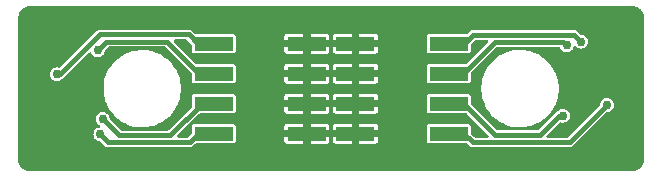
<source format=gbr>
%TF.GenerationSoftware,KiCad,Pcbnew,(6.0.0)*%
%TF.CreationDate,2022-08-06T01:30:50-04:00*%
%TF.ProjectId,port PWR extention,706f7274-2050-4575-9220-657874656e74,rev?*%
%TF.SameCoordinates,Original*%
%TF.FileFunction,Copper,L1,Top*%
%TF.FilePolarity,Positive*%
%FSLAX46Y46*%
G04 Gerber Fmt 4.6, Leading zero omitted, Abs format (unit mm)*
G04 Created by KiCad (PCBNEW (6.0.0)) date 2022-08-06 01:30:50*
%MOMM*%
%LPD*%
G01*
G04 APERTURE LIST*
%TA.AperFunction,SMDPad,CuDef*%
%ADD10R,3.300000X1.200000*%
%TD*%
%TA.AperFunction,ViaPad*%
%ADD11C,0.756412*%
%TD*%
%TA.AperFunction,ViaPad*%
%ADD12C,0.800000*%
%TD*%
%TA.AperFunction,Conductor*%
%ADD13C,0.406400*%
%TD*%
G04 APERTURE END LIST*
D10*
%TO.P,SW2,1*%
%TO.N,GNDREF*%
X49050000Y-22190000D03*
%TO.P,SW2,2*%
X49050000Y-24730000D03*
%TO.P,SW2,3*%
X49050000Y-27270000D03*
%TO.P,SW2,4*%
X49050000Y-29810000D03*
%TO.P,SW2,5*%
%TO.N,pw8*%
X56950000Y-29810000D03*
%TO.P,SW2,6*%
%TO.N,pw7*%
X56950000Y-27270000D03*
%TO.P,SW2,7*%
%TO.N,pw6*%
X56950000Y-24730000D03*
%TO.P,SW2,8*%
%TO.N,pw5*%
X56950000Y-22190000D03*
%TD*%
%TO.P,SW1,1*%
%TO.N,GNDREF*%
X44950000Y-29810000D03*
%TO.P,SW1,2*%
X44950000Y-27270000D03*
%TO.P,SW1,3*%
X44950000Y-24730000D03*
%TO.P,SW1,4*%
X44950000Y-22190000D03*
%TO.P,SW1,5*%
%TO.N,pw4*%
X37050000Y-22190000D03*
%TO.P,SW1,6*%
%TO.N,pw3*%
X37050000Y-24730000D03*
%TO.P,SW1,7*%
%TO.N,pw2*%
X37050000Y-27270000D03*
%TO.P,SW1,8*%
%TO.N,pw1*%
X37050000Y-29810000D03*
%TD*%
D11*
%TO.N,pw1*%
X27445000Y-29870000D03*
%TO.N,pw2*%
X27650000Y-28560000D03*
%TO.N,pw3*%
X27235000Y-22760000D03*
%TO.N,pw4*%
X23770000Y-24785000D03*
D12*
%TO.N,GNDREF*%
X41000000Y-23500000D03*
X41000000Y-28500000D03*
X72000000Y-24000000D03*
X53000000Y-23500000D03*
X22000000Y-28000000D03*
X72000000Y-28000000D03*
X22000000Y-24000000D03*
X53000000Y-26000000D03*
X41000000Y-26000000D03*
X53000000Y-28500000D03*
D11*
%TO.N,pw5*%
X68145000Y-22015000D03*
%TO.N,pw6*%
X66950000Y-22325000D03*
%TO.N,pw7*%
X66615000Y-28290000D03*
%TO.N,pw8*%
X70345000Y-27385000D03*
%TD*%
D13*
%TO.N,pw1*%
X28130920Y-30555920D02*
X35014080Y-30555920D01*
X35760000Y-29810000D02*
X37050000Y-29810000D01*
X27445000Y-29870000D02*
X28130920Y-30555920D01*
X35014080Y-30555920D02*
X35760000Y-29810000D01*
%TO.N,pw2*%
X27650000Y-28560000D02*
X29040000Y-29950000D01*
X33380000Y-29950000D02*
X36060000Y-27270000D01*
X29040000Y-29950000D02*
X33380000Y-29950000D01*
X36060000Y-27270000D02*
X37050000Y-27270000D01*
%TO.N,pw3*%
X35830000Y-24730000D02*
X37050000Y-24730000D01*
X27235000Y-22760000D02*
X27975000Y-22020000D01*
X27975000Y-22020000D02*
X33120000Y-22020000D01*
X33120000Y-22020000D02*
X35830000Y-24730000D01*
%TO.N,pw4*%
X34949080Y-21414080D02*
X35725000Y-22190000D01*
X23770000Y-24785000D02*
X24074794Y-24785000D01*
X27445714Y-21414080D02*
X34949080Y-21414080D01*
X24074794Y-24785000D02*
X27445714Y-21414080D01*
X35725000Y-22190000D02*
X37050000Y-22190000D01*
%TO.N,pw5*%
X68145000Y-22015000D02*
X67570000Y-21440000D01*
X58275000Y-22190000D02*
X56950000Y-22190000D01*
X59025000Y-21440000D02*
X58275000Y-22190000D01*
X67570000Y-21440000D02*
X59025000Y-21440000D01*
%TO.N,pw6*%
X66670920Y-22045920D02*
X60854080Y-22045920D01*
X58170000Y-24730000D02*
X56950000Y-24730000D01*
X66950000Y-22325000D02*
X66670920Y-22045920D01*
X60854080Y-22045920D02*
X58170000Y-24730000D01*
%TO.N,pw7*%
X58230000Y-27270000D02*
X56950000Y-27270000D01*
X66615000Y-28290000D02*
X66320000Y-28290000D01*
X64670920Y-29939080D02*
X60899080Y-29939080D01*
X60899080Y-29939080D02*
X58230000Y-27270000D01*
X66320000Y-28290000D02*
X64670920Y-29939080D01*
%TO.N,pw8*%
X67185000Y-30545000D02*
X58990000Y-30545000D01*
X70345000Y-27385000D02*
X67185000Y-30545000D01*
X58990000Y-30545000D02*
X58255000Y-29810000D01*
X58255000Y-29810000D02*
X56950000Y-29810000D01*
%TD*%
%TA.AperFunction,Conductor*%
%TO.N,GNDREF*%
G36*
X72506518Y-19000606D02*
G01*
X72683067Y-19017991D01*
X72707281Y-19022806D01*
X72780542Y-19045024D01*
X72871091Y-19072486D01*
X72893906Y-19081934D01*
X73044878Y-19162608D01*
X73065412Y-19176324D01*
X73120956Y-19221892D01*
X73197754Y-19284898D01*
X73215213Y-19302351D01*
X73323836Y-19434655D01*
X73337558Y-19455180D01*
X73418287Y-19606122D01*
X73427744Y-19628935D01*
X73477482Y-19792727D01*
X73482307Y-19816945D01*
X73499755Y-19993477D01*
X73500366Y-20005824D01*
X73502109Y-24793188D01*
X73504354Y-30955867D01*
X73504728Y-31983724D01*
X73504126Y-31996076D01*
X73486794Y-32172685D01*
X73481983Y-32196915D01*
X73432330Y-32360795D01*
X73422886Y-32383615D01*
X73342209Y-32534663D01*
X73328498Y-32555197D01*
X73264997Y-32632618D01*
X73219903Y-32687597D01*
X73202441Y-32705069D01*
X73070105Y-32813734D01*
X73049568Y-32827464D01*
X72898570Y-32908221D01*
X72875750Y-32917679D01*
X72711905Y-32967421D01*
X72687678Y-32972246D01*
X72651795Y-32975787D01*
X72511078Y-32989675D01*
X72498727Y-32990284D01*
X31906351Y-32997942D01*
X21507189Y-32999904D01*
X21494838Y-32999299D01*
X21388744Y-32988864D01*
X21318147Y-32981920D01*
X21293908Y-32977100D01*
X21261998Y-32967421D01*
X21129972Y-32927375D01*
X21107143Y-32917918D01*
X20956061Y-32837144D01*
X20935517Y-32823412D01*
X20933324Y-32821611D01*
X20803115Y-32714707D01*
X20785644Y-32697227D01*
X20677004Y-32564762D01*
X20663281Y-32544208D01*
X20582589Y-32393087D01*
X20573143Y-32370249D01*
X20523504Y-32206290D01*
X20518697Y-32182048D01*
X20501412Y-32005360D01*
X20500813Y-31993002D01*
X20500816Y-31989919D01*
X20502330Y-29870000D01*
X26858073Y-29870000D01*
X26878072Y-30021908D01*
X26936706Y-30163463D01*
X27029980Y-30285020D01*
X27036530Y-30290046D01*
X27036533Y-30290049D01*
X27144983Y-30373266D01*
X27151536Y-30378294D01*
X27222314Y-30407611D01*
X27285462Y-30433768D01*
X27285465Y-30433769D01*
X27293092Y-30436928D01*
X27415820Y-30453085D01*
X27480746Y-30481807D01*
X27488468Y-30488911D01*
X27865830Y-30866274D01*
X27865841Y-30866285D01*
X27865856Y-30866299D01*
X27888769Y-30889212D01*
X27908827Y-30899432D01*
X27925679Y-30909760D01*
X27943888Y-30922989D01*
X27965288Y-30929942D01*
X27983553Y-30937507D01*
X28003614Y-30947729D01*
X28013405Y-30949280D01*
X28013409Y-30949281D01*
X28025857Y-30951253D01*
X28045077Y-30955867D01*
X28066473Y-30962819D01*
X28098892Y-30962819D01*
X28098896Y-30962820D01*
X35078526Y-30962820D01*
X35099928Y-30955866D01*
X35119154Y-30951250D01*
X35131593Y-30949280D01*
X35141386Y-30947729D01*
X35152864Y-30941881D01*
X35161438Y-30937512D01*
X35179700Y-30929948D01*
X35191677Y-30926056D01*
X35191679Y-30926055D01*
X35201112Y-30922990D01*
X35219321Y-30909760D01*
X35236176Y-30899430D01*
X35256231Y-30889212D01*
X35494838Y-30650605D01*
X35557150Y-30616579D01*
X35583933Y-30613700D01*
X38720064Y-30613700D01*
X38779480Y-30601881D01*
X38846860Y-30556860D01*
X38891881Y-30489480D01*
X38903700Y-30430064D01*
X38903700Y-30428828D01*
X43046001Y-30428828D01*
X43047209Y-30441088D01*
X43058315Y-30496931D01*
X43067633Y-30519427D01*
X43109983Y-30582808D01*
X43127192Y-30600017D01*
X43190575Y-30642368D01*
X43213066Y-30651684D01*
X43268915Y-30662793D01*
X43281170Y-30664000D01*
X44627085Y-30664000D01*
X44642324Y-30659525D01*
X44643529Y-30658135D01*
X44645200Y-30650452D01*
X44645200Y-30645884D01*
X45254800Y-30645884D01*
X45259275Y-30661123D01*
X45260665Y-30662328D01*
X45268348Y-30663999D01*
X46618828Y-30663999D01*
X46631088Y-30662791D01*
X46686931Y-30651685D01*
X46709427Y-30642367D01*
X46772808Y-30600017D01*
X46790017Y-30582808D01*
X46832368Y-30519425D01*
X46841684Y-30496934D01*
X46852793Y-30441085D01*
X46854000Y-30428830D01*
X46854000Y-30428828D01*
X47146001Y-30428828D01*
X47147209Y-30441088D01*
X47158315Y-30496931D01*
X47167633Y-30519427D01*
X47209983Y-30582808D01*
X47227192Y-30600017D01*
X47290575Y-30642368D01*
X47313066Y-30651684D01*
X47368915Y-30662793D01*
X47381170Y-30664000D01*
X48727085Y-30664000D01*
X48742324Y-30659525D01*
X48743529Y-30658135D01*
X48745200Y-30650452D01*
X48745200Y-30645884D01*
X49354800Y-30645884D01*
X49359275Y-30661123D01*
X49360665Y-30662328D01*
X49368348Y-30663999D01*
X50718828Y-30663999D01*
X50731088Y-30662791D01*
X50786931Y-30651685D01*
X50809427Y-30642367D01*
X50872808Y-30600017D01*
X50890017Y-30582808D01*
X50932368Y-30519425D01*
X50941684Y-30496934D01*
X50952793Y-30441085D01*
X50953878Y-30430064D01*
X55096300Y-30430064D01*
X55108119Y-30489480D01*
X55153140Y-30556860D01*
X55220520Y-30601881D01*
X55279936Y-30613700D01*
X58431067Y-30613700D01*
X58499188Y-30633702D01*
X58520162Y-30650605D01*
X58747849Y-30878292D01*
X58767904Y-30888510D01*
X58784759Y-30898840D01*
X58802968Y-30912070D01*
X58812401Y-30915135D01*
X58812403Y-30915136D01*
X58824380Y-30919028D01*
X58842641Y-30926592D01*
X58862694Y-30936809D01*
X58872487Y-30938360D01*
X58884926Y-30940330D01*
X58904152Y-30944946D01*
X58925554Y-30951900D01*
X67249446Y-30951900D01*
X67270848Y-30944946D01*
X67290074Y-30940330D01*
X67302513Y-30938360D01*
X67312306Y-30936809D01*
X67332359Y-30926592D01*
X67350620Y-30919028D01*
X67362597Y-30915136D01*
X67362599Y-30915135D01*
X67372032Y-30912070D01*
X67390241Y-30898840D01*
X67407096Y-30888510D01*
X67427151Y-30878292D01*
X70301531Y-28003912D01*
X70363843Y-27969886D01*
X70374171Y-27968087D01*
X70496908Y-27951928D01*
X70504535Y-27948769D01*
X70504538Y-27948768D01*
X70591104Y-27912911D01*
X70638464Y-27893294D01*
X70645017Y-27888266D01*
X70753467Y-27805049D01*
X70753470Y-27805046D01*
X70760020Y-27800020D01*
X70770216Y-27786733D01*
X70806657Y-27739242D01*
X70853294Y-27678463D01*
X70911928Y-27536908D01*
X70931927Y-27385000D01*
X70911928Y-27233092D01*
X70853294Y-27091537D01*
X70760020Y-26969980D01*
X70753470Y-26964954D01*
X70753467Y-26964951D01*
X70645017Y-26881734D01*
X70645015Y-26881733D01*
X70638464Y-26876706D01*
X70543621Y-26837421D01*
X70504538Y-26821232D01*
X70504535Y-26821231D01*
X70496908Y-26818072D01*
X70345000Y-26798073D01*
X70193092Y-26818072D01*
X70051537Y-26876706D01*
X69962618Y-26944936D01*
X69953866Y-26951652D01*
X69929980Y-26969980D01*
X69836706Y-27091537D01*
X69778072Y-27233092D01*
X69769151Y-27300859D01*
X69761915Y-27355820D01*
X69733193Y-27420747D01*
X69726088Y-27428469D01*
X67053362Y-30101195D01*
X66991050Y-30135221D01*
X66964267Y-30138100D01*
X65351533Y-30138100D01*
X65283412Y-30118098D01*
X65236919Y-30064442D01*
X65226815Y-29994168D01*
X65256309Y-29929588D01*
X65262438Y-29923005D01*
X65723918Y-29461526D01*
X66308400Y-28877044D01*
X66370712Y-28843018D01*
X66445710Y-28849729D01*
X66455459Y-28853767D01*
X66455463Y-28853768D01*
X66463092Y-28856928D01*
X66471280Y-28858006D01*
X66539046Y-28866927D01*
X66615000Y-28876927D01*
X66623188Y-28875849D01*
X66758720Y-28858006D01*
X66766908Y-28856928D01*
X66774535Y-28853769D01*
X66774538Y-28853768D01*
X66876159Y-28811675D01*
X66908464Y-28798294D01*
X66956657Y-28761314D01*
X67023467Y-28710049D01*
X67023470Y-28710046D01*
X67030020Y-28705020D01*
X67040342Y-28691569D01*
X67118267Y-28590014D01*
X67123294Y-28583463D01*
X67181928Y-28441908D01*
X67201927Y-28290000D01*
X67181928Y-28138092D01*
X67123294Y-27996537D01*
X67061007Y-27915363D01*
X67035047Y-27881531D01*
X67035046Y-27881530D01*
X67030020Y-27874980D01*
X67023469Y-27869953D01*
X67023467Y-27869951D01*
X66915017Y-27786734D01*
X66915015Y-27786733D01*
X66908464Y-27781706D01*
X66811726Y-27741636D01*
X66774538Y-27726232D01*
X66774535Y-27726231D01*
X66766908Y-27723072D01*
X66615000Y-27703073D01*
X66463092Y-27723072D01*
X66321537Y-27781706D01*
X66199980Y-27874980D01*
X66194952Y-27881533D01*
X66189115Y-27887370D01*
X66187383Y-27885638D01*
X66149671Y-27912289D01*
X66151237Y-27915363D01*
X66142400Y-27919866D01*
X66132968Y-27922930D01*
X66114748Y-27936167D01*
X66097905Y-27946489D01*
X66077849Y-27956708D01*
X66054926Y-27979631D01*
X66054922Y-27979634D01*
X65278698Y-28755859D01*
X64539282Y-29495275D01*
X64476970Y-29529300D01*
X64450187Y-29532180D01*
X61119813Y-29532180D01*
X61051692Y-29512178D01*
X61030718Y-29495275D01*
X58840605Y-27305162D01*
X58806579Y-27242850D01*
X58803700Y-27216067D01*
X58803700Y-26649936D01*
X58791881Y-26590520D01*
X58746860Y-26523140D01*
X58679480Y-26478119D01*
X58620064Y-26466300D01*
X55279936Y-26466300D01*
X55220520Y-26478119D01*
X55153140Y-26523140D01*
X55108119Y-26590520D01*
X55096300Y-26649936D01*
X55096300Y-27890064D01*
X55108119Y-27949480D01*
X55153140Y-28016860D01*
X55220520Y-28061881D01*
X55279936Y-28073700D01*
X58406067Y-28073700D01*
X58474188Y-28093702D01*
X58495162Y-28110605D01*
X60307562Y-29923005D01*
X60341588Y-29985317D01*
X60336523Y-30056132D01*
X60293976Y-30112968D01*
X60227456Y-30137779D01*
X60218467Y-30138100D01*
X59210733Y-30138100D01*
X59142612Y-30118098D01*
X59121638Y-30101195D01*
X58840605Y-29820162D01*
X58806579Y-29757850D01*
X58803700Y-29731067D01*
X58803700Y-29189936D01*
X58791881Y-29130520D01*
X58746860Y-29063140D01*
X58695928Y-29029109D01*
X58689798Y-29025013D01*
X58689797Y-29025013D01*
X58679480Y-29018119D01*
X58620064Y-29006300D01*
X55279936Y-29006300D01*
X55220520Y-29018119D01*
X55210203Y-29025013D01*
X55210202Y-29025013D01*
X55204072Y-29029109D01*
X55153140Y-29063140D01*
X55108119Y-29130520D01*
X55096300Y-29189936D01*
X55096300Y-30430064D01*
X50953878Y-30430064D01*
X50954000Y-30428830D01*
X50954000Y-30132915D01*
X50949525Y-30117676D01*
X50948135Y-30116471D01*
X50940452Y-30114800D01*
X49372915Y-30114800D01*
X49357676Y-30119275D01*
X49356471Y-30120665D01*
X49354800Y-30128348D01*
X49354800Y-30645884D01*
X48745200Y-30645884D01*
X48745200Y-30132915D01*
X48740725Y-30117676D01*
X48739335Y-30116471D01*
X48731652Y-30114800D01*
X47164116Y-30114800D01*
X47148877Y-30119275D01*
X47147672Y-30120665D01*
X47146001Y-30128348D01*
X47146001Y-30428828D01*
X46854000Y-30428828D01*
X46854000Y-30132915D01*
X46849525Y-30117676D01*
X46848135Y-30116471D01*
X46840452Y-30114800D01*
X45272915Y-30114800D01*
X45257676Y-30119275D01*
X45256471Y-30120665D01*
X45254800Y-30128348D01*
X45254800Y-30645884D01*
X44645200Y-30645884D01*
X44645200Y-30132915D01*
X44640725Y-30117676D01*
X44639335Y-30116471D01*
X44631652Y-30114800D01*
X43064116Y-30114800D01*
X43048877Y-30119275D01*
X43047672Y-30120665D01*
X43046001Y-30128348D01*
X43046001Y-30428828D01*
X38903700Y-30428828D01*
X38903700Y-29487085D01*
X43046000Y-29487085D01*
X43050475Y-29502324D01*
X43051865Y-29503529D01*
X43059548Y-29505200D01*
X44627085Y-29505200D01*
X44642324Y-29500725D01*
X44643529Y-29499335D01*
X44645200Y-29491652D01*
X44645200Y-29487085D01*
X45254800Y-29487085D01*
X45259275Y-29502324D01*
X45260665Y-29503529D01*
X45268348Y-29505200D01*
X46835884Y-29505200D01*
X46851123Y-29500725D01*
X46852328Y-29499335D01*
X46853999Y-29491652D01*
X46853999Y-29487085D01*
X47146000Y-29487085D01*
X47150475Y-29502324D01*
X47151865Y-29503529D01*
X47159548Y-29505200D01*
X48727085Y-29505200D01*
X48742324Y-29500725D01*
X48743529Y-29499335D01*
X48745200Y-29491652D01*
X48745200Y-29487085D01*
X49354800Y-29487085D01*
X49359275Y-29502324D01*
X49360665Y-29503529D01*
X49368348Y-29505200D01*
X50935884Y-29505200D01*
X50951123Y-29500725D01*
X50952328Y-29499335D01*
X50953999Y-29491652D01*
X50953999Y-29191172D01*
X50952791Y-29178912D01*
X50941685Y-29123069D01*
X50932367Y-29100573D01*
X50890017Y-29037192D01*
X50872808Y-29019983D01*
X50809425Y-28977632D01*
X50786934Y-28968316D01*
X50731085Y-28957207D01*
X50718830Y-28956000D01*
X49372915Y-28956000D01*
X49357676Y-28960475D01*
X49356471Y-28961865D01*
X49354800Y-28969548D01*
X49354800Y-29487085D01*
X48745200Y-29487085D01*
X48745200Y-28974116D01*
X48740725Y-28958877D01*
X48739335Y-28957672D01*
X48731652Y-28956001D01*
X47381172Y-28956001D01*
X47368912Y-28957209D01*
X47313069Y-28968315D01*
X47290573Y-28977633D01*
X47227192Y-29019983D01*
X47209983Y-29037192D01*
X47167632Y-29100575D01*
X47158316Y-29123066D01*
X47147207Y-29178915D01*
X47146000Y-29191170D01*
X47146000Y-29487085D01*
X46853999Y-29487085D01*
X46853999Y-29191172D01*
X46852791Y-29178912D01*
X46841685Y-29123069D01*
X46832367Y-29100573D01*
X46790017Y-29037192D01*
X46772808Y-29019983D01*
X46709425Y-28977632D01*
X46686934Y-28968316D01*
X46631085Y-28957207D01*
X46618830Y-28956000D01*
X45272915Y-28956000D01*
X45257676Y-28960475D01*
X45256471Y-28961865D01*
X45254800Y-28969548D01*
X45254800Y-29487085D01*
X44645200Y-29487085D01*
X44645200Y-28974116D01*
X44640725Y-28958877D01*
X44639335Y-28957672D01*
X44631652Y-28956001D01*
X43281172Y-28956001D01*
X43268912Y-28957209D01*
X43213069Y-28968315D01*
X43190573Y-28977633D01*
X43127192Y-29019983D01*
X43109983Y-29037192D01*
X43067632Y-29100575D01*
X43058316Y-29123066D01*
X43047207Y-29178915D01*
X43046000Y-29191170D01*
X43046000Y-29487085D01*
X38903700Y-29487085D01*
X38903700Y-29189936D01*
X38891881Y-29130520D01*
X38846860Y-29063140D01*
X38795928Y-29029109D01*
X38789798Y-29025013D01*
X38789797Y-29025013D01*
X38779480Y-29018119D01*
X38720064Y-29006300D01*
X35379936Y-29006300D01*
X35320520Y-29018119D01*
X35310203Y-29025013D01*
X35310202Y-29025013D01*
X35304072Y-29029109D01*
X35253140Y-29063140D01*
X35208119Y-29130520D01*
X35196300Y-29189936D01*
X35196300Y-29746067D01*
X35176298Y-29814188D01*
X35159395Y-29835162D01*
X34882442Y-30112115D01*
X34820130Y-30146141D01*
X34793347Y-30149020D01*
X34060613Y-30149020D01*
X33992492Y-30129018D01*
X33945999Y-30075362D01*
X33935895Y-30005088D01*
X33965389Y-29940508D01*
X33971518Y-29933925D01*
X34804869Y-29100575D01*
X35794839Y-28110605D01*
X35857151Y-28076579D01*
X35883934Y-28073700D01*
X38720064Y-28073700D01*
X38779480Y-28061881D01*
X38846860Y-28016860D01*
X38891881Y-27949480D01*
X38903700Y-27890064D01*
X38903700Y-27888828D01*
X43046001Y-27888828D01*
X43047209Y-27901088D01*
X43058315Y-27956931D01*
X43067633Y-27979427D01*
X43109983Y-28042808D01*
X43127192Y-28060017D01*
X43190575Y-28102368D01*
X43213066Y-28111684D01*
X43268915Y-28122793D01*
X43281170Y-28124000D01*
X44627085Y-28124000D01*
X44642324Y-28119525D01*
X44643529Y-28118135D01*
X44645200Y-28110452D01*
X44645200Y-28105884D01*
X45254800Y-28105884D01*
X45259275Y-28121123D01*
X45260665Y-28122328D01*
X45268348Y-28123999D01*
X46618828Y-28123999D01*
X46631088Y-28122791D01*
X46686931Y-28111685D01*
X46709427Y-28102367D01*
X46772808Y-28060017D01*
X46790017Y-28042808D01*
X46832368Y-27979425D01*
X46841684Y-27956934D01*
X46852793Y-27901085D01*
X46854000Y-27888830D01*
X46854000Y-27888828D01*
X47146001Y-27888828D01*
X47147209Y-27901088D01*
X47158315Y-27956931D01*
X47167633Y-27979427D01*
X47209983Y-28042808D01*
X47227192Y-28060017D01*
X47290575Y-28102368D01*
X47313066Y-28111684D01*
X47368915Y-28122793D01*
X47381170Y-28124000D01*
X48727085Y-28124000D01*
X48742324Y-28119525D01*
X48743529Y-28118135D01*
X48745200Y-28110452D01*
X48745200Y-28105884D01*
X49354800Y-28105884D01*
X49359275Y-28121123D01*
X49360665Y-28122328D01*
X49368348Y-28123999D01*
X50718828Y-28123999D01*
X50731088Y-28122791D01*
X50786931Y-28111685D01*
X50809427Y-28102367D01*
X50872808Y-28060017D01*
X50890017Y-28042808D01*
X50932368Y-27979425D01*
X50941684Y-27956934D01*
X50952793Y-27901085D01*
X50954000Y-27888830D01*
X50954000Y-27592915D01*
X50949525Y-27577676D01*
X50948135Y-27576471D01*
X50940452Y-27574800D01*
X49372915Y-27574800D01*
X49357676Y-27579275D01*
X49356471Y-27580665D01*
X49354800Y-27588348D01*
X49354800Y-28105884D01*
X48745200Y-28105884D01*
X48745200Y-27592915D01*
X48740725Y-27577676D01*
X48739335Y-27576471D01*
X48731652Y-27574800D01*
X47164116Y-27574800D01*
X47148877Y-27579275D01*
X47147672Y-27580665D01*
X47146001Y-27588348D01*
X47146001Y-27888828D01*
X46854000Y-27888828D01*
X46854000Y-27592915D01*
X46849525Y-27577676D01*
X46848135Y-27576471D01*
X46840452Y-27574800D01*
X45272915Y-27574800D01*
X45257676Y-27579275D01*
X45256471Y-27580665D01*
X45254800Y-27588348D01*
X45254800Y-28105884D01*
X44645200Y-28105884D01*
X44645200Y-27592915D01*
X44640725Y-27577676D01*
X44639335Y-27576471D01*
X44631652Y-27574800D01*
X43064116Y-27574800D01*
X43048877Y-27579275D01*
X43047672Y-27580665D01*
X43046001Y-27588348D01*
X43046001Y-27888828D01*
X38903700Y-27888828D01*
X38903700Y-26947085D01*
X43046000Y-26947085D01*
X43050475Y-26962324D01*
X43051865Y-26963529D01*
X43059548Y-26965200D01*
X44627085Y-26965200D01*
X44642324Y-26960725D01*
X44643529Y-26959335D01*
X44645200Y-26951652D01*
X44645200Y-26947085D01*
X45254800Y-26947085D01*
X45259275Y-26962324D01*
X45260665Y-26963529D01*
X45268348Y-26965200D01*
X46835884Y-26965200D01*
X46851123Y-26960725D01*
X46852328Y-26959335D01*
X46853999Y-26951652D01*
X46853999Y-26947085D01*
X47146000Y-26947085D01*
X47150475Y-26962324D01*
X47151865Y-26963529D01*
X47159548Y-26965200D01*
X48727085Y-26965200D01*
X48742324Y-26960725D01*
X48743529Y-26959335D01*
X48745200Y-26951652D01*
X48745200Y-26947085D01*
X49354800Y-26947085D01*
X49359275Y-26962324D01*
X49360665Y-26963529D01*
X49368348Y-26965200D01*
X50935884Y-26965200D01*
X50951123Y-26960725D01*
X50952328Y-26959335D01*
X50953999Y-26951652D01*
X50953999Y-26651172D01*
X50952791Y-26638912D01*
X50941685Y-26583069D01*
X50932367Y-26560573D01*
X50890017Y-26497192D01*
X50872808Y-26479983D01*
X50809425Y-26437632D01*
X50786934Y-26428316D01*
X50731085Y-26417207D01*
X50718830Y-26416000D01*
X49372915Y-26416000D01*
X49357676Y-26420475D01*
X49356471Y-26421865D01*
X49354800Y-26429548D01*
X49354800Y-26947085D01*
X48745200Y-26947085D01*
X48745200Y-26434116D01*
X48740725Y-26418877D01*
X48739335Y-26417672D01*
X48731652Y-26416001D01*
X47381172Y-26416001D01*
X47368912Y-26417209D01*
X47313069Y-26428315D01*
X47290573Y-26437633D01*
X47227192Y-26479983D01*
X47209983Y-26497192D01*
X47167632Y-26560575D01*
X47158316Y-26583066D01*
X47147207Y-26638915D01*
X47146000Y-26651170D01*
X47146000Y-26947085D01*
X46853999Y-26947085D01*
X46853999Y-26651172D01*
X46852791Y-26638912D01*
X46841685Y-26583069D01*
X46832367Y-26560573D01*
X46790017Y-26497192D01*
X46772808Y-26479983D01*
X46709425Y-26437632D01*
X46686934Y-26428316D01*
X46631085Y-26417207D01*
X46618830Y-26416000D01*
X45272915Y-26416000D01*
X45257676Y-26420475D01*
X45256471Y-26421865D01*
X45254800Y-26429548D01*
X45254800Y-26947085D01*
X44645200Y-26947085D01*
X44645200Y-26434116D01*
X44640725Y-26418877D01*
X44639335Y-26417672D01*
X44631652Y-26416001D01*
X43281172Y-26416001D01*
X43268912Y-26417209D01*
X43213069Y-26428315D01*
X43190573Y-26437633D01*
X43127192Y-26479983D01*
X43109983Y-26497192D01*
X43067632Y-26560575D01*
X43058316Y-26583066D01*
X43047207Y-26638915D01*
X43046000Y-26651170D01*
X43046000Y-26947085D01*
X38903700Y-26947085D01*
X38903700Y-26649936D01*
X38891881Y-26590520D01*
X38846860Y-26523140D01*
X38779480Y-26478119D01*
X38720064Y-26466300D01*
X35379936Y-26466300D01*
X35320520Y-26478119D01*
X35253140Y-26523140D01*
X35208119Y-26590520D01*
X35196300Y-26649936D01*
X35196300Y-27506066D01*
X35176298Y-27574187D01*
X35159395Y-27595161D01*
X33248362Y-29506195D01*
X33186050Y-29540220D01*
X33159267Y-29543100D01*
X29260733Y-29543100D01*
X29192612Y-29523098D01*
X29171638Y-29506195D01*
X28268912Y-28603469D01*
X28234886Y-28541157D01*
X28233085Y-28530820D01*
X28218006Y-28416280D01*
X28216928Y-28408092D01*
X28158294Y-28266537D01*
X28065020Y-28144980D01*
X28058470Y-28139954D01*
X28058467Y-28139951D01*
X27950017Y-28056734D01*
X27950015Y-28056733D01*
X27943464Y-28051706D01*
X27844312Y-28010636D01*
X27809538Y-27996232D01*
X27809535Y-27996231D01*
X27801908Y-27993072D01*
X27778468Y-27989986D01*
X27699783Y-27979627D01*
X27650000Y-27973073D01*
X27600217Y-27979627D01*
X27521533Y-27989986D01*
X27498092Y-27993072D01*
X27356537Y-28051706D01*
X27234980Y-28144980D01*
X27141706Y-28266537D01*
X27083072Y-28408092D01*
X27063073Y-28560000D01*
X27064151Y-28568188D01*
X27080940Y-28695710D01*
X27083072Y-28711908D01*
X27141706Y-28853463D01*
X27188343Y-28914242D01*
X27221312Y-28957207D01*
X27234980Y-28975020D01*
X27241530Y-28980046D01*
X27241533Y-28980049D01*
X27349980Y-29063264D01*
X27349983Y-29063266D01*
X27356536Y-29068294D01*
X27358245Y-29069002D01*
X27405188Y-29118234D01*
X27418625Y-29187947D01*
X27392238Y-29253858D01*
X27334406Y-29295041D01*
X27309643Y-29300893D01*
X27293092Y-29303072D01*
X27151537Y-29361706D01*
X27029980Y-29454980D01*
X26936706Y-29576537D01*
X26878072Y-29718092D01*
X26858073Y-29870000D01*
X20502330Y-29870000D01*
X20504991Y-26145000D01*
X27725000Y-26145000D01*
X27725300Y-26148248D01*
X27725300Y-26148253D01*
X27754618Y-26465859D01*
X27755000Y-26470000D01*
X27755538Y-26472868D01*
X27755539Y-26472877D01*
X27786671Y-26638912D01*
X27815000Y-26790000D01*
X27815799Y-26792798D01*
X27815802Y-26792809D01*
X27873026Y-26993091D01*
X27875000Y-27000000D01*
X27876037Y-27002678D01*
X27876038Y-27002682D01*
X27993742Y-27306749D01*
X27995000Y-27310000D01*
X28034168Y-27395148D01*
X28104313Y-27547636D01*
X28110000Y-27560000D01*
X28112549Y-27563898D01*
X28112552Y-27563904D01*
X28215919Y-27721994D01*
X28280000Y-27820000D01*
X28281041Y-27821413D01*
X28281046Y-27821420D01*
X28380899Y-27956934D01*
X28420000Y-28010000D01*
X28575000Y-28210000D01*
X28577145Y-28212264D01*
X28577150Y-28212270D01*
X28738007Y-28382063D01*
X28755000Y-28400000D01*
X28773824Y-28416280D01*
X28937393Y-28557746D01*
X28937401Y-28557752D01*
X28940000Y-28560000D01*
X29230000Y-28760000D01*
X29317500Y-28810000D01*
X29507677Y-28918673D01*
X29507685Y-28918677D01*
X29510000Y-28920000D01*
X29512430Y-28921125D01*
X29768006Y-29039447D01*
X29780000Y-29045000D01*
X29783178Y-29046077D01*
X29783187Y-29046080D01*
X30087864Y-29149277D01*
X30087876Y-29149281D01*
X30090000Y-29150000D01*
X30320000Y-29210000D01*
X30322781Y-29210463D01*
X30322788Y-29210465D01*
X30459846Y-29233308D01*
X30530000Y-29245000D01*
X30750000Y-29270000D01*
X30995000Y-29280000D01*
X30998289Y-29279790D01*
X30998295Y-29279790D01*
X31228968Y-29265066D01*
X31228976Y-29265065D01*
X31230000Y-29265000D01*
X31273460Y-29260760D01*
X31432974Y-29245198D01*
X31432984Y-29245197D01*
X31435000Y-29245000D01*
X31437017Y-29244670D01*
X31706665Y-29200546D01*
X31706670Y-29200545D01*
X31710000Y-29200000D01*
X31902390Y-29146927D01*
X31997475Y-29120697D01*
X31997485Y-29120694D01*
X32000000Y-29120000D01*
X32140755Y-29068294D01*
X32242949Y-29030754D01*
X32242963Y-29030748D01*
X32245000Y-29030000D01*
X32254257Y-29025859D01*
X32433328Y-28945748D01*
X32435000Y-28945000D01*
X32695000Y-28810000D01*
X32698646Y-28807534D01*
X32773092Y-28757173D01*
X32865000Y-28695000D01*
X32866003Y-28694261D01*
X32866027Y-28694244D01*
X33052869Y-28556570D01*
X33055000Y-28555000D01*
X33255000Y-28380000D01*
X33400000Y-28225000D01*
X33435557Y-28185176D01*
X33523205Y-28087011D01*
X33523211Y-28087004D01*
X33525000Y-28085000D01*
X33629511Y-27945652D01*
X33630440Y-27944428D01*
X33777064Y-27753817D01*
X33777065Y-27753816D01*
X33780000Y-27750000D01*
X33782323Y-27745777D01*
X33889023Y-27551777D01*
X33889027Y-27551768D01*
X33890000Y-27550000D01*
X34005000Y-27305000D01*
X34100000Y-27065000D01*
X34170000Y-26835000D01*
X34224967Y-26583069D01*
X34229434Y-26562596D01*
X34229436Y-26562587D01*
X34230000Y-26560000D01*
X34240494Y-26479983D01*
X34269594Y-26258097D01*
X34269594Y-26258094D01*
X34270000Y-26255000D01*
X34273567Y-26140859D01*
X59720109Y-26140859D01*
X59720409Y-26144107D01*
X59720409Y-26144112D01*
X59747504Y-26437633D01*
X59750109Y-26465859D01*
X59750647Y-26468727D01*
X59750648Y-26468736D01*
X59752757Y-26479983D01*
X59810109Y-26785859D01*
X59810908Y-26788657D01*
X59810911Y-26788668D01*
X59860872Y-26963529D01*
X59870109Y-26995859D01*
X59871146Y-26998537D01*
X59871147Y-26998541D01*
X59988851Y-27302608D01*
X59990109Y-27305859D01*
X60046510Y-27428469D01*
X60101570Y-27548165D01*
X60105109Y-27555859D01*
X60107658Y-27559757D01*
X60107661Y-27559763D01*
X60130806Y-27595161D01*
X60275109Y-27815859D01*
X60276150Y-27817272D01*
X60276155Y-27817279D01*
X60370746Y-27945652D01*
X60415109Y-28005859D01*
X60570109Y-28205859D01*
X60572254Y-28208123D01*
X60572259Y-28208129D01*
X60737039Y-28382063D01*
X60750109Y-28395859D01*
X60773721Y-28416280D01*
X60932502Y-28553605D01*
X60932510Y-28553611D01*
X60935109Y-28555859D01*
X61225109Y-28755859D01*
X61312609Y-28805859D01*
X61502786Y-28914532D01*
X61502794Y-28914536D01*
X61505109Y-28915859D01*
X61507539Y-28916984D01*
X61751654Y-29030000D01*
X61775109Y-29040859D01*
X61778287Y-29041936D01*
X61778296Y-29041939D01*
X62082973Y-29145136D01*
X62082985Y-29145140D01*
X62085109Y-29145859D01*
X62315109Y-29205859D01*
X62317890Y-29206322D01*
X62317897Y-29206324D01*
X62454955Y-29229167D01*
X62525109Y-29240859D01*
X62745109Y-29265859D01*
X62990109Y-29275859D01*
X62993398Y-29275649D01*
X62993404Y-29275649D01*
X63224077Y-29260925D01*
X63224085Y-29260924D01*
X63225109Y-29260859D01*
X63261763Y-29257283D01*
X63428083Y-29241057D01*
X63428093Y-29241056D01*
X63430109Y-29240859D01*
X63432126Y-29240529D01*
X63701774Y-29196405D01*
X63701779Y-29196404D01*
X63705109Y-29195859D01*
X63897843Y-29142691D01*
X63992584Y-29116556D01*
X63992594Y-29116553D01*
X63995109Y-29115859D01*
X64128520Y-29066851D01*
X64238058Y-29026613D01*
X64238072Y-29026607D01*
X64240109Y-29025859D01*
X64257411Y-29018119D01*
X64428437Y-28941607D01*
X64430109Y-28940859D01*
X64690109Y-28805859D01*
X64860109Y-28690859D01*
X64861112Y-28690120D01*
X64861136Y-28690103D01*
X65047978Y-28552429D01*
X65050109Y-28550859D01*
X65250109Y-28375859D01*
X65395109Y-28220859D01*
X65457009Y-28151531D01*
X65518314Y-28082870D01*
X65518320Y-28082863D01*
X65520109Y-28080859D01*
X65624620Y-27941511D01*
X65625549Y-27940287D01*
X65772173Y-27749676D01*
X65772174Y-27749675D01*
X65775109Y-27745859D01*
X65788235Y-27721994D01*
X65884132Y-27547636D01*
X65884136Y-27547627D01*
X65885109Y-27545859D01*
X66000109Y-27300859D01*
X66095109Y-27060859D01*
X66165109Y-26830859D01*
X66203233Y-26656123D01*
X66224543Y-26558455D01*
X66224545Y-26558446D01*
X66225109Y-26555859D01*
X66236751Y-26467090D01*
X66264703Y-26253956D01*
X66264703Y-26253953D01*
X66265109Y-26250859D01*
X66269295Y-26116902D01*
X66275020Y-25933721D01*
X66275020Y-25933711D01*
X66275109Y-25930859D01*
X66262809Y-25725859D01*
X66260230Y-25682874D01*
X66260230Y-25682871D01*
X66260109Y-25680859D01*
X66225109Y-25400859D01*
X66166802Y-25155135D01*
X66156013Y-25109667D01*
X66156011Y-25109661D01*
X66155109Y-25105859D01*
X66015109Y-24730859D01*
X66014267Y-24728983D01*
X65906090Y-24488043D01*
X65906085Y-24488034D01*
X65905109Y-24485859D01*
X65791439Y-24276706D01*
X65781713Y-24258810D01*
X65781711Y-24258807D01*
X65780109Y-24255859D01*
X65635109Y-24045859D01*
X65537967Y-23926300D01*
X65506398Y-23887445D01*
X65506392Y-23887438D01*
X65505109Y-23885859D01*
X65315109Y-23680859D01*
X65135109Y-23510859D01*
X65073728Y-23460000D01*
X64962751Y-23368048D01*
X64962750Y-23368047D01*
X64960109Y-23365859D01*
X64826349Y-23277634D01*
X64726536Y-23211800D01*
X64726530Y-23211796D01*
X64725109Y-23210859D01*
X64723656Y-23210008D01*
X64723644Y-23210001D01*
X64643199Y-23162912D01*
X64520109Y-23090859D01*
X64255109Y-22965859D01*
X64252132Y-22964805D01*
X64252128Y-22964803D01*
X64016618Y-22881393D01*
X64016603Y-22881388D01*
X64015109Y-22880859D01*
X64013595Y-22880409D01*
X64013580Y-22880404D01*
X63897661Y-22845942D01*
X63830109Y-22825859D01*
X63620109Y-22780859D01*
X63465109Y-22750859D01*
X63436591Y-22747759D01*
X63237846Y-22726156D01*
X63237835Y-22726155D01*
X63235109Y-22725859D01*
X62995109Y-22720859D01*
X62990109Y-22720859D01*
X62954175Y-22721695D01*
X62778362Y-22725783D01*
X62778355Y-22725784D01*
X62775109Y-22725859D01*
X62771882Y-22726269D01*
X62771879Y-22726269D01*
X62462155Y-22765599D01*
X62462149Y-22765600D01*
X62460109Y-22765859D01*
X62458087Y-22766250D01*
X62458083Y-22766251D01*
X62153533Y-22825196D01*
X62153528Y-22825197D01*
X62150109Y-22825859D01*
X61925109Y-22895859D01*
X61570109Y-23040859D01*
X61150109Y-23275859D01*
X60920109Y-23455859D01*
X60620109Y-23735859D01*
X60618063Y-23738184D01*
X60408567Y-23976248D01*
X60400109Y-23985859D01*
X60135109Y-24390859D01*
X60015109Y-24620859D01*
X60013917Y-24623859D01*
X60013914Y-24623866D01*
X59871617Y-24982062D01*
X59870109Y-24985859D01*
X59869104Y-24989815D01*
X59869103Y-24989819D01*
X59791228Y-25296454D01*
X59790109Y-25300859D01*
X59789677Y-25303452D01*
X59789676Y-25303456D01*
X59781418Y-25353006D01*
X59755109Y-25510859D01*
X59754999Y-25511649D01*
X59754994Y-25511680D01*
X59744903Y-25583999D01*
X59725109Y-25725859D01*
X59725061Y-25729837D01*
X59725061Y-25729838D01*
X59722605Y-25933721D01*
X59720109Y-26140859D01*
X34273567Y-26140859D01*
X34280000Y-25935000D01*
X34267690Y-25729838D01*
X34265121Y-25687015D01*
X34265121Y-25687012D01*
X34265000Y-25685000D01*
X34230000Y-25405000D01*
X34175708Y-25176198D01*
X34160904Y-25113808D01*
X34160902Y-25113802D01*
X34160000Y-25110000D01*
X34020000Y-24735000D01*
X34018141Y-24730859D01*
X33910981Y-24492184D01*
X33910976Y-24492175D01*
X33910000Y-24490000D01*
X33832450Y-24347308D01*
X33786604Y-24262951D01*
X33786602Y-24262948D01*
X33785000Y-24260000D01*
X33640000Y-24050000D01*
X33569975Y-23963815D01*
X33511289Y-23891586D01*
X33511283Y-23891579D01*
X33510000Y-23890000D01*
X33320000Y-23685000D01*
X33317250Y-23682402D01*
X33141483Y-23516401D01*
X33140000Y-23515000D01*
X33136694Y-23512260D01*
X32967642Y-23372189D01*
X32967641Y-23372188D01*
X32965000Y-23370000D01*
X32833074Y-23282985D01*
X32731427Y-23215941D01*
X32731421Y-23215937D01*
X32730000Y-23215000D01*
X32728547Y-23214149D01*
X32728535Y-23214142D01*
X32648090Y-23167053D01*
X32525000Y-23095000D01*
X32260000Y-22970000D01*
X32257023Y-22968946D01*
X32257019Y-22968944D01*
X32021509Y-22885534D01*
X32021494Y-22885529D01*
X32020000Y-22885000D01*
X32018486Y-22884550D01*
X32018471Y-22884545D01*
X31902552Y-22850083D01*
X31835000Y-22830000D01*
X31625000Y-22785000D01*
X31470000Y-22755000D01*
X31431903Y-22750859D01*
X31242737Y-22730297D01*
X31242726Y-22730296D01*
X31240000Y-22730000D01*
X31000000Y-22725000D01*
X30995000Y-22725000D01*
X30961331Y-22725783D01*
X30783253Y-22729924D01*
X30783246Y-22729925D01*
X30780000Y-22730000D01*
X30776773Y-22730410D01*
X30776770Y-22730410D01*
X30467046Y-22769740D01*
X30467040Y-22769741D01*
X30465000Y-22770000D01*
X30462978Y-22770391D01*
X30462974Y-22770392D01*
X30158424Y-22829337D01*
X30158419Y-22829338D01*
X30155000Y-22830000D01*
X29930000Y-22900000D01*
X29575000Y-23045000D01*
X29155000Y-23280000D01*
X28925000Y-23460000D01*
X28625000Y-23740000D01*
X28622954Y-23742325D01*
X28444589Y-23945013D01*
X28405000Y-23990000D01*
X28140000Y-24395000D01*
X28020000Y-24625000D01*
X28018808Y-24628000D01*
X28018805Y-24628007D01*
X27878153Y-24982062D01*
X27875000Y-24990000D01*
X27873995Y-24993956D01*
X27873994Y-24993960D01*
X27796052Y-25300859D01*
X27795000Y-25305000D01*
X27794568Y-25307593D01*
X27794567Y-25307597D01*
X27787705Y-25348768D01*
X27760000Y-25515000D01*
X27759890Y-25515790D01*
X27759885Y-25515821D01*
X27750372Y-25583999D01*
X27730000Y-25730000D01*
X27729952Y-25733978D01*
X27729952Y-25733979D01*
X27727496Y-25937862D01*
X27725000Y-26145000D01*
X20504991Y-26145000D01*
X20505517Y-25408401D01*
X20505962Y-24785000D01*
X23183073Y-24785000D01*
X23203072Y-24936908D01*
X23261706Y-25078463D01*
X23282728Y-25105859D01*
X23320539Y-25155135D01*
X23354980Y-25200020D01*
X23361530Y-25205046D01*
X23361533Y-25205049D01*
X23469983Y-25288266D01*
X23476536Y-25293294D01*
X23511067Y-25307597D01*
X23610462Y-25348768D01*
X23610465Y-25348769D01*
X23618092Y-25351928D01*
X23770000Y-25371927D01*
X23778188Y-25370849D01*
X23913720Y-25353006D01*
X23921908Y-25351928D01*
X23929535Y-25348769D01*
X23929538Y-25348768D01*
X24028933Y-25307597D01*
X24063464Y-25293294D01*
X24185020Y-25200020D01*
X24190047Y-25193469D01*
X24195433Y-25188083D01*
X24245592Y-25157345D01*
X24248047Y-25156547D01*
X24261826Y-25152070D01*
X24280035Y-25138840D01*
X24296890Y-25128510D01*
X24316945Y-25118292D01*
X26492337Y-22942900D01*
X26554649Y-22908874D01*
X26625464Y-22913939D01*
X26682300Y-22956486D01*
X26697841Y-22983777D01*
X26701451Y-22992493D01*
X26726706Y-23053463D01*
X26819980Y-23175020D01*
X26826530Y-23180046D01*
X26826533Y-23180049D01*
X26934983Y-23263266D01*
X26941536Y-23268294D01*
X27012314Y-23297611D01*
X27075462Y-23323768D01*
X27075465Y-23323769D01*
X27083092Y-23326928D01*
X27235000Y-23346927D01*
X27243188Y-23345849D01*
X27378720Y-23328006D01*
X27386908Y-23326928D01*
X27394535Y-23323769D01*
X27394538Y-23323768D01*
X27457686Y-23297611D01*
X27528464Y-23268294D01*
X27535017Y-23263266D01*
X27643467Y-23180049D01*
X27643470Y-23180046D01*
X27650020Y-23175020D01*
X27743294Y-23053463D01*
X27801928Y-22911908D01*
X27818086Y-22789179D01*
X27846807Y-22724253D01*
X27853912Y-22716531D01*
X28106638Y-22463805D01*
X28168950Y-22429779D01*
X28195733Y-22426900D01*
X32899267Y-22426900D01*
X32967388Y-22446902D01*
X32988362Y-22463805D01*
X35159395Y-24634838D01*
X35193421Y-24697150D01*
X35196300Y-24723933D01*
X35196300Y-25350064D01*
X35208119Y-25409480D01*
X35253140Y-25476860D01*
X35320520Y-25521881D01*
X35379936Y-25533700D01*
X38720064Y-25533700D01*
X38779480Y-25521881D01*
X38846860Y-25476860D01*
X38891881Y-25409480D01*
X38903700Y-25350064D01*
X38903700Y-25348828D01*
X43046001Y-25348828D01*
X43047209Y-25361088D01*
X43058315Y-25416931D01*
X43067633Y-25439427D01*
X43109983Y-25502808D01*
X43127192Y-25520017D01*
X43190575Y-25562368D01*
X43213066Y-25571684D01*
X43268915Y-25582793D01*
X43281170Y-25584000D01*
X44627085Y-25584000D01*
X44642324Y-25579525D01*
X44643529Y-25578135D01*
X44645200Y-25570452D01*
X44645200Y-25565884D01*
X45254800Y-25565884D01*
X45259275Y-25581123D01*
X45260665Y-25582328D01*
X45268348Y-25583999D01*
X46618828Y-25583999D01*
X46631088Y-25582791D01*
X46686931Y-25571685D01*
X46709427Y-25562367D01*
X46772808Y-25520017D01*
X46790017Y-25502808D01*
X46832368Y-25439425D01*
X46841684Y-25416934D01*
X46852793Y-25361085D01*
X46854000Y-25348830D01*
X46854000Y-25348828D01*
X47146001Y-25348828D01*
X47147209Y-25361088D01*
X47158315Y-25416931D01*
X47167633Y-25439427D01*
X47209983Y-25502808D01*
X47227192Y-25520017D01*
X47290575Y-25562368D01*
X47313066Y-25571684D01*
X47368915Y-25582793D01*
X47381170Y-25584000D01*
X48727085Y-25584000D01*
X48742324Y-25579525D01*
X48743529Y-25578135D01*
X48745200Y-25570452D01*
X48745200Y-25565884D01*
X49354800Y-25565884D01*
X49359275Y-25581123D01*
X49360665Y-25582328D01*
X49368348Y-25583999D01*
X50718828Y-25583999D01*
X50731088Y-25582791D01*
X50786931Y-25571685D01*
X50809427Y-25562367D01*
X50872808Y-25520017D01*
X50890017Y-25502808D01*
X50932368Y-25439425D01*
X50941684Y-25416934D01*
X50952793Y-25361085D01*
X50953878Y-25350064D01*
X55096300Y-25350064D01*
X55108119Y-25409480D01*
X55153140Y-25476860D01*
X55220520Y-25521881D01*
X55279936Y-25533700D01*
X58620064Y-25533700D01*
X58679480Y-25521881D01*
X58746860Y-25476860D01*
X58791881Y-25409480D01*
X58803700Y-25350064D01*
X58803700Y-24723933D01*
X58823702Y-24655812D01*
X58840605Y-24634838D01*
X60985719Y-22489725D01*
X61048031Y-22455699D01*
X61074814Y-22452820D01*
X66288904Y-22452820D01*
X66357025Y-22472822D01*
X66405313Y-22530601D01*
X66441706Y-22618463D01*
X66446733Y-22625014D01*
X66527248Y-22729943D01*
X66534980Y-22740020D01*
X66541530Y-22745046D01*
X66541533Y-22745049D01*
X66649983Y-22828266D01*
X66656536Y-22833294D01*
X66714514Y-22857309D01*
X66790462Y-22888768D01*
X66790465Y-22888769D01*
X66798092Y-22891928D01*
X66806280Y-22893006D01*
X66855053Y-22899427D01*
X66950000Y-22911927D01*
X66958188Y-22910849D01*
X67093720Y-22893006D01*
X67101908Y-22891928D01*
X67109535Y-22888769D01*
X67109538Y-22888768D01*
X67185486Y-22857309D01*
X67243464Y-22833294D01*
X67250017Y-22828266D01*
X67358467Y-22745049D01*
X67358470Y-22745046D01*
X67365020Y-22740020D01*
X67372753Y-22729943D01*
X67453267Y-22625014D01*
X67458294Y-22618463D01*
X67516928Y-22476908D01*
X67517050Y-22476959D01*
X67551767Y-22419999D01*
X67615627Y-22388976D01*
X67686122Y-22397403D01*
X67725296Y-22423916D01*
X67729980Y-22430020D01*
X67763445Y-22455699D01*
X67822046Y-22500665D01*
X67851536Y-22523294D01*
X67922314Y-22552611D01*
X67985462Y-22578768D01*
X67985465Y-22578769D01*
X67993092Y-22581928D01*
X68145000Y-22601927D01*
X68153188Y-22600849D01*
X68288720Y-22583006D01*
X68296908Y-22581928D01*
X68304535Y-22578769D01*
X68304538Y-22578768D01*
X68367686Y-22552611D01*
X68438464Y-22523294D01*
X68445017Y-22518266D01*
X68553467Y-22435049D01*
X68553470Y-22435046D01*
X68560020Y-22430020D01*
X68567710Y-22419999D01*
X68648267Y-22315014D01*
X68653294Y-22308463D01*
X68711928Y-22166908D01*
X68731927Y-22015000D01*
X68711928Y-21863092D01*
X68653294Y-21721537D01*
X68560020Y-21599980D01*
X68553470Y-21594954D01*
X68553467Y-21594951D01*
X68445017Y-21511734D01*
X68445015Y-21511733D01*
X68438464Y-21506706D01*
X68367686Y-21477389D01*
X68304538Y-21451232D01*
X68304535Y-21451231D01*
X68296908Y-21448072D01*
X68174179Y-21431914D01*
X68109253Y-21403193D01*
X68101531Y-21396088D01*
X67812151Y-21106708D01*
X67792096Y-21096490D01*
X67775241Y-21086160D01*
X67765057Y-21078761D01*
X67757032Y-21072930D01*
X67747599Y-21069865D01*
X67747597Y-21069864D01*
X67735620Y-21065972D01*
X67717358Y-21058408D01*
X67706140Y-21052692D01*
X67706139Y-21052692D01*
X67697306Y-21048191D01*
X67675074Y-21044670D01*
X67655848Y-21040054D01*
X67643879Y-21036165D01*
X67634446Y-21033100D01*
X58960553Y-21033100D01*
X58941338Y-21039343D01*
X58939150Y-21040054D01*
X58919930Y-21044668D01*
X58907490Y-21046639D01*
X58907487Y-21046640D01*
X58897694Y-21048191D01*
X58877641Y-21058409D01*
X58859380Y-21065973D01*
X58837968Y-21072930D01*
X58829944Y-21078760D01*
X58829942Y-21078761D01*
X58819759Y-21086160D01*
X58802904Y-21096490D01*
X58782849Y-21106708D01*
X58540162Y-21349395D01*
X58477850Y-21383421D01*
X58451067Y-21386300D01*
X55279936Y-21386300D01*
X55220520Y-21398119D01*
X55153140Y-21443140D01*
X55108119Y-21510520D01*
X55096300Y-21569936D01*
X55096300Y-22810064D01*
X55108119Y-22869480D01*
X55115013Y-22879797D01*
X55115013Y-22879798D01*
X55126430Y-22896885D01*
X55153140Y-22936860D01*
X55220520Y-22981881D01*
X55279936Y-22993700D01*
X58620064Y-22993700D01*
X58679480Y-22981881D01*
X58746860Y-22936860D01*
X58773570Y-22896885D01*
X58784987Y-22879798D01*
X58784987Y-22879797D01*
X58791881Y-22869480D01*
X58803700Y-22810064D01*
X58803700Y-22288933D01*
X58823702Y-22220812D01*
X58840605Y-22199838D01*
X59156638Y-21883805D01*
X59218950Y-21849779D01*
X59245733Y-21846900D01*
X60173466Y-21846900D01*
X60241587Y-21866902D01*
X60288080Y-21920558D01*
X60298184Y-21990832D01*
X60268690Y-22055412D01*
X60262561Y-22061995D01*
X58435162Y-23889395D01*
X58372850Y-23923420D01*
X58346067Y-23926300D01*
X55279936Y-23926300D01*
X55220520Y-23938119D01*
X55153140Y-23983140D01*
X55108119Y-24050520D01*
X55096300Y-24109936D01*
X55096300Y-25350064D01*
X50953878Y-25350064D01*
X50954000Y-25348830D01*
X50954000Y-25052915D01*
X50949525Y-25037676D01*
X50948135Y-25036471D01*
X50940452Y-25034800D01*
X49372915Y-25034800D01*
X49357676Y-25039275D01*
X49356471Y-25040665D01*
X49354800Y-25048348D01*
X49354800Y-25565884D01*
X48745200Y-25565884D01*
X48745200Y-25052915D01*
X48740725Y-25037676D01*
X48739335Y-25036471D01*
X48731652Y-25034800D01*
X47164116Y-25034800D01*
X47148877Y-25039275D01*
X47147672Y-25040665D01*
X47146001Y-25048348D01*
X47146001Y-25348828D01*
X46854000Y-25348828D01*
X46854000Y-25052915D01*
X46849525Y-25037676D01*
X46848135Y-25036471D01*
X46840452Y-25034800D01*
X45272915Y-25034800D01*
X45257676Y-25039275D01*
X45256471Y-25040665D01*
X45254800Y-25048348D01*
X45254800Y-25565884D01*
X44645200Y-25565884D01*
X44645200Y-25052915D01*
X44640725Y-25037676D01*
X44639335Y-25036471D01*
X44631652Y-25034800D01*
X43064116Y-25034800D01*
X43048877Y-25039275D01*
X43047672Y-25040665D01*
X43046001Y-25048348D01*
X43046001Y-25348828D01*
X38903700Y-25348828D01*
X38903700Y-24407085D01*
X43046000Y-24407085D01*
X43050475Y-24422324D01*
X43051865Y-24423529D01*
X43059548Y-24425200D01*
X44627085Y-24425200D01*
X44642324Y-24420725D01*
X44643529Y-24419335D01*
X44645200Y-24411652D01*
X44645200Y-24407085D01*
X45254800Y-24407085D01*
X45259275Y-24422324D01*
X45260665Y-24423529D01*
X45268348Y-24425200D01*
X46835884Y-24425200D01*
X46851123Y-24420725D01*
X46852328Y-24419335D01*
X46853999Y-24411652D01*
X46853999Y-24407085D01*
X47146000Y-24407085D01*
X47150475Y-24422324D01*
X47151865Y-24423529D01*
X47159548Y-24425200D01*
X48727085Y-24425200D01*
X48742324Y-24420725D01*
X48743529Y-24419335D01*
X48745200Y-24411652D01*
X48745200Y-24407085D01*
X49354800Y-24407085D01*
X49359275Y-24422324D01*
X49360665Y-24423529D01*
X49368348Y-24425200D01*
X50935884Y-24425200D01*
X50951123Y-24420725D01*
X50952328Y-24419335D01*
X50953999Y-24411652D01*
X50953999Y-24111172D01*
X50952791Y-24098912D01*
X50941685Y-24043069D01*
X50932367Y-24020573D01*
X50890017Y-23957192D01*
X50872808Y-23939983D01*
X50809425Y-23897632D01*
X50786934Y-23888316D01*
X50731085Y-23877207D01*
X50718830Y-23876000D01*
X49372915Y-23876000D01*
X49357676Y-23880475D01*
X49356471Y-23881865D01*
X49354800Y-23889548D01*
X49354800Y-24407085D01*
X48745200Y-24407085D01*
X48745200Y-23894116D01*
X48740725Y-23878877D01*
X48739335Y-23877672D01*
X48731652Y-23876001D01*
X47381172Y-23876001D01*
X47368912Y-23877209D01*
X47313069Y-23888315D01*
X47290573Y-23897633D01*
X47227192Y-23939983D01*
X47209983Y-23957192D01*
X47167632Y-24020575D01*
X47158316Y-24043066D01*
X47147207Y-24098915D01*
X47146000Y-24111170D01*
X47146000Y-24407085D01*
X46853999Y-24407085D01*
X46853999Y-24111172D01*
X46852791Y-24098912D01*
X46841685Y-24043069D01*
X46832367Y-24020573D01*
X46790017Y-23957192D01*
X46772808Y-23939983D01*
X46709425Y-23897632D01*
X46686934Y-23888316D01*
X46631085Y-23877207D01*
X46618830Y-23876000D01*
X45272915Y-23876000D01*
X45257676Y-23880475D01*
X45256471Y-23881865D01*
X45254800Y-23889548D01*
X45254800Y-24407085D01*
X44645200Y-24407085D01*
X44645200Y-23894116D01*
X44640725Y-23878877D01*
X44639335Y-23877672D01*
X44631652Y-23876001D01*
X43281172Y-23876001D01*
X43268912Y-23877209D01*
X43213069Y-23888315D01*
X43190573Y-23897633D01*
X43127192Y-23939983D01*
X43109983Y-23957192D01*
X43067632Y-24020575D01*
X43058316Y-24043066D01*
X43047207Y-24098915D01*
X43046000Y-24111170D01*
X43046000Y-24407085D01*
X38903700Y-24407085D01*
X38903700Y-24109936D01*
X38891881Y-24050520D01*
X38846860Y-23983140D01*
X38779480Y-23938119D01*
X38720064Y-23926300D01*
X35653933Y-23926300D01*
X35585812Y-23906298D01*
X35564838Y-23889395D01*
X33711518Y-22036075D01*
X33677492Y-21973763D01*
X33682557Y-21902948D01*
X33725104Y-21846112D01*
X33791624Y-21821301D01*
X33800613Y-21820980D01*
X34728347Y-21820980D01*
X34796468Y-21840982D01*
X34817442Y-21857885D01*
X35159395Y-22199838D01*
X35193421Y-22262150D01*
X35196300Y-22288933D01*
X35196300Y-22810064D01*
X35208119Y-22869480D01*
X35215013Y-22879797D01*
X35215013Y-22879798D01*
X35226430Y-22896885D01*
X35253140Y-22936860D01*
X35320520Y-22981881D01*
X35379936Y-22993700D01*
X38720064Y-22993700D01*
X38779480Y-22981881D01*
X38846860Y-22936860D01*
X38873570Y-22896885D01*
X38884987Y-22879798D01*
X38884987Y-22879797D01*
X38891881Y-22869480D01*
X38903700Y-22810064D01*
X38903700Y-22808828D01*
X43046001Y-22808828D01*
X43047209Y-22821088D01*
X43058315Y-22876931D01*
X43067633Y-22899427D01*
X43109983Y-22962808D01*
X43127192Y-22980017D01*
X43190575Y-23022368D01*
X43213066Y-23031684D01*
X43268915Y-23042793D01*
X43281170Y-23044000D01*
X44627085Y-23044000D01*
X44642324Y-23039525D01*
X44643529Y-23038135D01*
X44645200Y-23030452D01*
X44645200Y-23025884D01*
X45254800Y-23025884D01*
X45259275Y-23041123D01*
X45260665Y-23042328D01*
X45268348Y-23043999D01*
X46618828Y-23043999D01*
X46631088Y-23042791D01*
X46686931Y-23031685D01*
X46709427Y-23022367D01*
X46772808Y-22980017D01*
X46790017Y-22962808D01*
X46832368Y-22899425D01*
X46841684Y-22876934D01*
X46852793Y-22821085D01*
X46854000Y-22808830D01*
X46854000Y-22808828D01*
X47146001Y-22808828D01*
X47147209Y-22821088D01*
X47158315Y-22876931D01*
X47167633Y-22899427D01*
X47209983Y-22962808D01*
X47227192Y-22980017D01*
X47290575Y-23022368D01*
X47313066Y-23031684D01*
X47368915Y-23042793D01*
X47381170Y-23044000D01*
X48727085Y-23044000D01*
X48742324Y-23039525D01*
X48743529Y-23038135D01*
X48745200Y-23030452D01*
X48745200Y-23025884D01*
X49354800Y-23025884D01*
X49359275Y-23041123D01*
X49360665Y-23042328D01*
X49368348Y-23043999D01*
X50718828Y-23043999D01*
X50731088Y-23042791D01*
X50786931Y-23031685D01*
X50809427Y-23022367D01*
X50872808Y-22980017D01*
X50890017Y-22962808D01*
X50932368Y-22899425D01*
X50941684Y-22876934D01*
X50952793Y-22821085D01*
X50954000Y-22808830D01*
X50954000Y-22512915D01*
X50949525Y-22497676D01*
X50948135Y-22496471D01*
X50940452Y-22494800D01*
X49372915Y-22494800D01*
X49357676Y-22499275D01*
X49356471Y-22500665D01*
X49354800Y-22508348D01*
X49354800Y-23025884D01*
X48745200Y-23025884D01*
X48745200Y-22512915D01*
X48740725Y-22497676D01*
X48739335Y-22496471D01*
X48731652Y-22494800D01*
X47164116Y-22494800D01*
X47148877Y-22499275D01*
X47147672Y-22500665D01*
X47146001Y-22508348D01*
X47146001Y-22808828D01*
X46854000Y-22808828D01*
X46854000Y-22512915D01*
X46849525Y-22497676D01*
X46848135Y-22496471D01*
X46840452Y-22494800D01*
X45272915Y-22494800D01*
X45257676Y-22499275D01*
X45256471Y-22500665D01*
X45254800Y-22508348D01*
X45254800Y-23025884D01*
X44645200Y-23025884D01*
X44645200Y-22512915D01*
X44640725Y-22497676D01*
X44639335Y-22496471D01*
X44631652Y-22494800D01*
X43064116Y-22494800D01*
X43048877Y-22499275D01*
X43047672Y-22500665D01*
X43046001Y-22508348D01*
X43046001Y-22808828D01*
X38903700Y-22808828D01*
X38903700Y-21867085D01*
X43046000Y-21867085D01*
X43050475Y-21882324D01*
X43051865Y-21883529D01*
X43059548Y-21885200D01*
X44627085Y-21885200D01*
X44642324Y-21880725D01*
X44643529Y-21879335D01*
X44645200Y-21871652D01*
X44645200Y-21867085D01*
X45254800Y-21867085D01*
X45259275Y-21882324D01*
X45260665Y-21883529D01*
X45268348Y-21885200D01*
X46835884Y-21885200D01*
X46851123Y-21880725D01*
X46852328Y-21879335D01*
X46853999Y-21871652D01*
X46853999Y-21867085D01*
X47146000Y-21867085D01*
X47150475Y-21882324D01*
X47151865Y-21883529D01*
X47159548Y-21885200D01*
X48727085Y-21885200D01*
X48742324Y-21880725D01*
X48743529Y-21879335D01*
X48745200Y-21871652D01*
X48745200Y-21867085D01*
X49354800Y-21867085D01*
X49359275Y-21882324D01*
X49360665Y-21883529D01*
X49368348Y-21885200D01*
X50935884Y-21885200D01*
X50951123Y-21880725D01*
X50952328Y-21879335D01*
X50953999Y-21871652D01*
X50953999Y-21571172D01*
X50952791Y-21558912D01*
X50941685Y-21503069D01*
X50932367Y-21480573D01*
X50890017Y-21417192D01*
X50872808Y-21399983D01*
X50809425Y-21357632D01*
X50786934Y-21348316D01*
X50731085Y-21337207D01*
X50718830Y-21336000D01*
X49372915Y-21336000D01*
X49357676Y-21340475D01*
X49356471Y-21341865D01*
X49354800Y-21349548D01*
X49354800Y-21867085D01*
X48745200Y-21867085D01*
X48745200Y-21354116D01*
X48740725Y-21338877D01*
X48739335Y-21337672D01*
X48731652Y-21336001D01*
X47381172Y-21336001D01*
X47368912Y-21337209D01*
X47313069Y-21348315D01*
X47290573Y-21357633D01*
X47227192Y-21399983D01*
X47209983Y-21417192D01*
X47167632Y-21480575D01*
X47158316Y-21503066D01*
X47147207Y-21558915D01*
X47146000Y-21571170D01*
X47146000Y-21867085D01*
X46853999Y-21867085D01*
X46853999Y-21571172D01*
X46852791Y-21558912D01*
X46841685Y-21503069D01*
X46832367Y-21480573D01*
X46790017Y-21417192D01*
X46772808Y-21399983D01*
X46709425Y-21357632D01*
X46686934Y-21348316D01*
X46631085Y-21337207D01*
X46618830Y-21336000D01*
X45272915Y-21336000D01*
X45257676Y-21340475D01*
X45256471Y-21341865D01*
X45254800Y-21349548D01*
X45254800Y-21867085D01*
X44645200Y-21867085D01*
X44645200Y-21354116D01*
X44640725Y-21338877D01*
X44639335Y-21337672D01*
X44631652Y-21336001D01*
X43281172Y-21336001D01*
X43268912Y-21337209D01*
X43213069Y-21348315D01*
X43190573Y-21357633D01*
X43127192Y-21399983D01*
X43109983Y-21417192D01*
X43067632Y-21480575D01*
X43058316Y-21503066D01*
X43047207Y-21558915D01*
X43046000Y-21571170D01*
X43046000Y-21867085D01*
X38903700Y-21867085D01*
X38903700Y-21569936D01*
X38891881Y-21510520D01*
X38846860Y-21443140D01*
X38779480Y-21398119D01*
X38720064Y-21386300D01*
X35548933Y-21386300D01*
X35480812Y-21366298D01*
X35459838Y-21349395D01*
X35191231Y-21080788D01*
X35171176Y-21070570D01*
X35154321Y-21060240D01*
X35144137Y-21052841D01*
X35136112Y-21047010D01*
X35126679Y-21043945D01*
X35126677Y-21043944D01*
X35114700Y-21040052D01*
X35096438Y-21032488D01*
X35085220Y-21026772D01*
X35085219Y-21026772D01*
X35076386Y-21022271D01*
X35054154Y-21018750D01*
X35034928Y-21014134D01*
X35022959Y-21010245D01*
X35013526Y-21007180D01*
X27381268Y-21007180D01*
X27371835Y-21010245D01*
X27359866Y-21014134D01*
X27340640Y-21018750D01*
X27318408Y-21022271D01*
X27309575Y-21026772D01*
X27309574Y-21026772D01*
X27298356Y-21032488D01*
X27280094Y-21040052D01*
X27268117Y-21043944D01*
X27268115Y-21043945D01*
X27258682Y-21047010D01*
X27250657Y-21052841D01*
X27240473Y-21060240D01*
X27223618Y-21070570D01*
X27203563Y-21080788D01*
X24083526Y-24200825D01*
X24021214Y-24234851D01*
X23946215Y-24228140D01*
X23929537Y-24221232D01*
X23921908Y-24218072D01*
X23770000Y-24198073D01*
X23618092Y-24218072D01*
X23476537Y-24276706D01*
X23354980Y-24369980D01*
X23261706Y-24491537D01*
X23203072Y-24633092D01*
X23201994Y-24641280D01*
X23194639Y-24697150D01*
X23183073Y-24785000D01*
X20505962Y-24785000D01*
X20509376Y-20005473D01*
X20509991Y-19993129D01*
X20527493Y-19816640D01*
X20532325Y-19792428D01*
X20582098Y-19628690D01*
X20591558Y-19605886D01*
X20672305Y-19454997D01*
X20686031Y-19434474D01*
X20794654Y-19302225D01*
X20812118Y-19284774D01*
X20944442Y-19176247D01*
X20964973Y-19162537D01*
X21115921Y-19081897D01*
X21138732Y-19072453D01*
X21302504Y-19022797D01*
X21326720Y-19017982D01*
X21503224Y-19000606D01*
X21515568Y-19000000D01*
X72494171Y-19000000D01*
X72506518Y-19000606D01*
G37*
%TD.AperFunction*%
%TD*%
M02*

</source>
